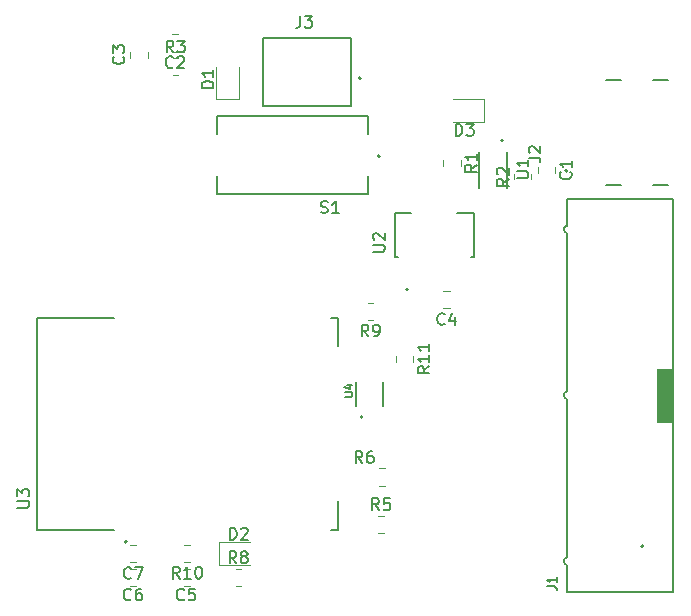
<source format=gbr>
%TF.GenerationSoftware,KiCad,Pcbnew,8.0.6-8.0.6-0~ubuntu24.04.1*%
%TF.CreationDate,2024-10-24T11:08:05+02:00*%
%TF.ProjectId,Projet1,50726f6a-6574-4312-9e6b-696361645f70,rev?*%
%TF.SameCoordinates,Original*%
%TF.FileFunction,Legend,Top*%
%TF.FilePolarity,Positive*%
%FSLAX46Y46*%
G04 Gerber Fmt 4.6, Leading zero omitted, Abs format (unit mm)*
G04 Created by KiCad (PCBNEW 8.0.6-8.0.6-0~ubuntu24.04.1) date 2024-10-24 11:08:05*
%MOMM*%
%LPD*%
G01*
G04 APERTURE LIST*
%ADD10C,0.150000*%
%ADD11C,0.120000*%
%ADD12C,0.127000*%
%ADD13C,0.200000*%
%ADD14C,0.010000*%
G04 APERTURE END LIST*
D10*
X124104819Y-131642857D02*
X123628628Y-131976190D01*
X124104819Y-132214285D02*
X123104819Y-132214285D01*
X123104819Y-132214285D02*
X123104819Y-131833333D01*
X123104819Y-131833333D02*
X123152438Y-131738095D01*
X123152438Y-131738095D02*
X123200057Y-131690476D01*
X123200057Y-131690476D02*
X123295295Y-131642857D01*
X123295295Y-131642857D02*
X123438152Y-131642857D01*
X123438152Y-131642857D02*
X123533390Y-131690476D01*
X123533390Y-131690476D02*
X123581009Y-131738095D01*
X123581009Y-131738095D02*
X123628628Y-131833333D01*
X123628628Y-131833333D02*
X123628628Y-132214285D01*
X124104819Y-130690476D02*
X124104819Y-131261904D01*
X124104819Y-130976190D02*
X123104819Y-130976190D01*
X123104819Y-130976190D02*
X123247676Y-131071428D01*
X123247676Y-131071428D02*
X123342914Y-131166666D01*
X123342914Y-131166666D02*
X123390533Y-131261904D01*
X124104819Y-129738095D02*
X124104819Y-130309523D01*
X124104819Y-130023809D02*
X123104819Y-130023809D01*
X123104819Y-130023809D02*
X123247676Y-130119047D01*
X123247676Y-130119047D02*
X123342914Y-130214285D01*
X123342914Y-130214285D02*
X123390533Y-130309523D01*
X118920833Y-129104819D02*
X118587500Y-128628628D01*
X118349405Y-129104819D02*
X118349405Y-128104819D01*
X118349405Y-128104819D02*
X118730357Y-128104819D01*
X118730357Y-128104819D02*
X118825595Y-128152438D01*
X118825595Y-128152438D02*
X118873214Y-128200057D01*
X118873214Y-128200057D02*
X118920833Y-128295295D01*
X118920833Y-128295295D02*
X118920833Y-128438152D01*
X118920833Y-128438152D02*
X118873214Y-128533390D01*
X118873214Y-128533390D02*
X118825595Y-128581009D01*
X118825595Y-128581009D02*
X118730357Y-128628628D01*
X118730357Y-128628628D02*
X118349405Y-128628628D01*
X119397024Y-129104819D02*
X119587500Y-129104819D01*
X119587500Y-129104819D02*
X119682738Y-129057200D01*
X119682738Y-129057200D02*
X119730357Y-129009580D01*
X119730357Y-129009580D02*
X119825595Y-128866723D01*
X119825595Y-128866723D02*
X119873214Y-128676247D01*
X119873214Y-128676247D02*
X119873214Y-128295295D01*
X119873214Y-128295295D02*
X119825595Y-128200057D01*
X119825595Y-128200057D02*
X119777976Y-128152438D01*
X119777976Y-128152438D02*
X119682738Y-128104819D01*
X119682738Y-128104819D02*
X119492262Y-128104819D01*
X119492262Y-128104819D02*
X119397024Y-128152438D01*
X119397024Y-128152438D02*
X119349405Y-128200057D01*
X119349405Y-128200057D02*
X119301786Y-128295295D01*
X119301786Y-128295295D02*
X119301786Y-128533390D01*
X119301786Y-128533390D02*
X119349405Y-128628628D01*
X119349405Y-128628628D02*
X119397024Y-128676247D01*
X119397024Y-128676247D02*
X119492262Y-128723866D01*
X119492262Y-128723866D02*
X119682738Y-128723866D01*
X119682738Y-128723866D02*
X119777976Y-128676247D01*
X119777976Y-128676247D02*
X119825595Y-128628628D01*
X119825595Y-128628628D02*
X119873214Y-128533390D01*
X118420833Y-139804819D02*
X118087500Y-139328628D01*
X117849405Y-139804819D02*
X117849405Y-138804819D01*
X117849405Y-138804819D02*
X118230357Y-138804819D01*
X118230357Y-138804819D02*
X118325595Y-138852438D01*
X118325595Y-138852438D02*
X118373214Y-138900057D01*
X118373214Y-138900057D02*
X118420833Y-138995295D01*
X118420833Y-138995295D02*
X118420833Y-139138152D01*
X118420833Y-139138152D02*
X118373214Y-139233390D01*
X118373214Y-139233390D02*
X118325595Y-139281009D01*
X118325595Y-139281009D02*
X118230357Y-139328628D01*
X118230357Y-139328628D02*
X117849405Y-139328628D01*
X119277976Y-138804819D02*
X119087500Y-138804819D01*
X119087500Y-138804819D02*
X118992262Y-138852438D01*
X118992262Y-138852438D02*
X118944643Y-138900057D01*
X118944643Y-138900057D02*
X118849405Y-139042914D01*
X118849405Y-139042914D02*
X118801786Y-139233390D01*
X118801786Y-139233390D02*
X118801786Y-139614342D01*
X118801786Y-139614342D02*
X118849405Y-139709580D01*
X118849405Y-139709580D02*
X118897024Y-139757200D01*
X118897024Y-139757200D02*
X118992262Y-139804819D01*
X118992262Y-139804819D02*
X119182738Y-139804819D01*
X119182738Y-139804819D02*
X119277976Y-139757200D01*
X119277976Y-139757200D02*
X119325595Y-139709580D01*
X119325595Y-139709580D02*
X119373214Y-139614342D01*
X119373214Y-139614342D02*
X119373214Y-139376247D01*
X119373214Y-139376247D02*
X119325595Y-139281009D01*
X119325595Y-139281009D02*
X119277976Y-139233390D01*
X119277976Y-139233390D02*
X119182738Y-139185771D01*
X119182738Y-139185771D02*
X118992262Y-139185771D01*
X118992262Y-139185771D02*
X118897024Y-139233390D01*
X118897024Y-139233390D02*
X118849405Y-139281009D01*
X118849405Y-139281009D02*
X118801786Y-139376247D01*
X98179580Y-105416666D02*
X98227200Y-105464285D01*
X98227200Y-105464285D02*
X98274819Y-105607142D01*
X98274819Y-105607142D02*
X98274819Y-105702380D01*
X98274819Y-105702380D02*
X98227200Y-105845237D01*
X98227200Y-105845237D02*
X98131961Y-105940475D01*
X98131961Y-105940475D02*
X98036723Y-105988094D01*
X98036723Y-105988094D02*
X97846247Y-106035713D01*
X97846247Y-106035713D02*
X97703390Y-106035713D01*
X97703390Y-106035713D02*
X97512914Y-105988094D01*
X97512914Y-105988094D02*
X97417676Y-105940475D01*
X97417676Y-105940475D02*
X97322438Y-105845237D01*
X97322438Y-105845237D02*
X97274819Y-105702380D01*
X97274819Y-105702380D02*
X97274819Y-105607142D01*
X97274819Y-105607142D02*
X97322438Y-105464285D01*
X97322438Y-105464285D02*
X97370057Y-105416666D01*
X97274819Y-105083332D02*
X97274819Y-104464285D01*
X97274819Y-104464285D02*
X97655771Y-104797618D01*
X97655771Y-104797618D02*
X97655771Y-104654761D01*
X97655771Y-104654761D02*
X97703390Y-104559523D01*
X97703390Y-104559523D02*
X97751009Y-104511904D01*
X97751009Y-104511904D02*
X97846247Y-104464285D01*
X97846247Y-104464285D02*
X98084342Y-104464285D01*
X98084342Y-104464285D02*
X98179580Y-104511904D01*
X98179580Y-104511904D02*
X98227200Y-104559523D01*
X98227200Y-104559523D02*
X98274819Y-104654761D01*
X98274819Y-104654761D02*
X98274819Y-104940475D01*
X98274819Y-104940475D02*
X98227200Y-105035713D01*
X98227200Y-105035713D02*
X98179580Y-105083332D01*
X119319819Y-121911904D02*
X120129342Y-121911904D01*
X120129342Y-121911904D02*
X120224580Y-121864285D01*
X120224580Y-121864285D02*
X120272200Y-121816666D01*
X120272200Y-121816666D02*
X120319819Y-121721428D01*
X120319819Y-121721428D02*
X120319819Y-121530952D01*
X120319819Y-121530952D02*
X120272200Y-121435714D01*
X120272200Y-121435714D02*
X120224580Y-121388095D01*
X120224580Y-121388095D02*
X120129342Y-121340476D01*
X120129342Y-121340476D02*
X119319819Y-121340476D01*
X119415057Y-120911904D02*
X119367438Y-120864285D01*
X119367438Y-120864285D02*
X119319819Y-120769047D01*
X119319819Y-120769047D02*
X119319819Y-120530952D01*
X119319819Y-120530952D02*
X119367438Y-120435714D01*
X119367438Y-120435714D02*
X119415057Y-120388095D01*
X119415057Y-120388095D02*
X119510295Y-120340476D01*
X119510295Y-120340476D02*
X119605533Y-120340476D01*
X119605533Y-120340476D02*
X119748390Y-120388095D01*
X119748390Y-120388095D02*
X120319819Y-120959523D01*
X120319819Y-120959523D02*
X120319819Y-120340476D01*
X128104819Y-114579166D02*
X127628628Y-114912499D01*
X128104819Y-115150594D02*
X127104819Y-115150594D01*
X127104819Y-115150594D02*
X127104819Y-114769642D01*
X127104819Y-114769642D02*
X127152438Y-114674404D01*
X127152438Y-114674404D02*
X127200057Y-114626785D01*
X127200057Y-114626785D02*
X127295295Y-114579166D01*
X127295295Y-114579166D02*
X127438152Y-114579166D01*
X127438152Y-114579166D02*
X127533390Y-114626785D01*
X127533390Y-114626785D02*
X127581009Y-114674404D01*
X127581009Y-114674404D02*
X127628628Y-114769642D01*
X127628628Y-114769642D02*
X127628628Y-115150594D01*
X128104819Y-113626785D02*
X128104819Y-114198213D01*
X128104819Y-113912499D02*
X127104819Y-113912499D01*
X127104819Y-113912499D02*
X127247676Y-114007737D01*
X127247676Y-114007737D02*
X127342914Y-114102975D01*
X127342914Y-114102975D02*
X127390533Y-114198213D01*
X114913095Y-118602200D02*
X115055952Y-118649819D01*
X115055952Y-118649819D02*
X115294047Y-118649819D01*
X115294047Y-118649819D02*
X115389285Y-118602200D01*
X115389285Y-118602200D02*
X115436904Y-118554580D01*
X115436904Y-118554580D02*
X115484523Y-118459342D01*
X115484523Y-118459342D02*
X115484523Y-118364104D01*
X115484523Y-118364104D02*
X115436904Y-118268866D01*
X115436904Y-118268866D02*
X115389285Y-118221247D01*
X115389285Y-118221247D02*
X115294047Y-118173628D01*
X115294047Y-118173628D02*
X115103571Y-118126009D01*
X115103571Y-118126009D02*
X115008333Y-118078390D01*
X115008333Y-118078390D02*
X114960714Y-118030771D01*
X114960714Y-118030771D02*
X114913095Y-117935533D01*
X114913095Y-117935533D02*
X114913095Y-117840295D01*
X114913095Y-117840295D02*
X114960714Y-117745057D01*
X114960714Y-117745057D02*
X115008333Y-117697438D01*
X115008333Y-117697438D02*
X115103571Y-117649819D01*
X115103571Y-117649819D02*
X115341666Y-117649819D01*
X115341666Y-117649819D02*
X115484523Y-117697438D01*
X116436904Y-118649819D02*
X115865476Y-118649819D01*
X116151190Y-118649819D02*
X116151190Y-117649819D01*
X116151190Y-117649819D02*
X116055952Y-117792676D01*
X116055952Y-117792676D02*
X115960714Y-117887914D01*
X115960714Y-117887914D02*
X115865476Y-117935533D01*
X89209819Y-143586904D02*
X90019342Y-143586904D01*
X90019342Y-143586904D02*
X90114580Y-143539285D01*
X90114580Y-143539285D02*
X90162200Y-143491666D01*
X90162200Y-143491666D02*
X90209819Y-143396428D01*
X90209819Y-143396428D02*
X90209819Y-143205952D01*
X90209819Y-143205952D02*
X90162200Y-143110714D01*
X90162200Y-143110714D02*
X90114580Y-143063095D01*
X90114580Y-143063095D02*
X90019342Y-143015476D01*
X90019342Y-143015476D02*
X89209819Y-143015476D01*
X89209819Y-142634523D02*
X89209819Y-142015476D01*
X89209819Y-142015476D02*
X89590771Y-142348809D01*
X89590771Y-142348809D02*
X89590771Y-142205952D01*
X89590771Y-142205952D02*
X89638390Y-142110714D01*
X89638390Y-142110714D02*
X89686009Y-142063095D01*
X89686009Y-142063095D02*
X89781247Y-142015476D01*
X89781247Y-142015476D02*
X90019342Y-142015476D01*
X90019342Y-142015476D02*
X90114580Y-142063095D01*
X90114580Y-142063095D02*
X90162200Y-142110714D01*
X90162200Y-142110714D02*
X90209819Y-142205952D01*
X90209819Y-142205952D02*
X90209819Y-142491666D01*
X90209819Y-142491666D02*
X90162200Y-142586904D01*
X90162200Y-142586904D02*
X90114580Y-142634523D01*
X102383333Y-106289580D02*
X102335714Y-106337200D01*
X102335714Y-106337200D02*
X102192857Y-106384819D01*
X102192857Y-106384819D02*
X102097619Y-106384819D01*
X102097619Y-106384819D02*
X101954762Y-106337200D01*
X101954762Y-106337200D02*
X101859524Y-106241961D01*
X101859524Y-106241961D02*
X101811905Y-106146723D01*
X101811905Y-106146723D02*
X101764286Y-105956247D01*
X101764286Y-105956247D02*
X101764286Y-105813390D01*
X101764286Y-105813390D02*
X101811905Y-105622914D01*
X101811905Y-105622914D02*
X101859524Y-105527676D01*
X101859524Y-105527676D02*
X101954762Y-105432438D01*
X101954762Y-105432438D02*
X102097619Y-105384819D01*
X102097619Y-105384819D02*
X102192857Y-105384819D01*
X102192857Y-105384819D02*
X102335714Y-105432438D01*
X102335714Y-105432438D02*
X102383333Y-105480057D01*
X102764286Y-105480057D02*
X102811905Y-105432438D01*
X102811905Y-105432438D02*
X102907143Y-105384819D01*
X102907143Y-105384819D02*
X103145238Y-105384819D01*
X103145238Y-105384819D02*
X103240476Y-105432438D01*
X103240476Y-105432438D02*
X103288095Y-105480057D01*
X103288095Y-105480057D02*
X103335714Y-105575295D01*
X103335714Y-105575295D02*
X103335714Y-105670533D01*
X103335714Y-105670533D02*
X103288095Y-105813390D01*
X103288095Y-105813390D02*
X102716667Y-106384819D01*
X102716667Y-106384819D02*
X103335714Y-106384819D01*
X102944642Y-149604819D02*
X102611309Y-149128628D01*
X102373214Y-149604819D02*
X102373214Y-148604819D01*
X102373214Y-148604819D02*
X102754166Y-148604819D01*
X102754166Y-148604819D02*
X102849404Y-148652438D01*
X102849404Y-148652438D02*
X102897023Y-148700057D01*
X102897023Y-148700057D02*
X102944642Y-148795295D01*
X102944642Y-148795295D02*
X102944642Y-148938152D01*
X102944642Y-148938152D02*
X102897023Y-149033390D01*
X102897023Y-149033390D02*
X102849404Y-149081009D01*
X102849404Y-149081009D02*
X102754166Y-149128628D01*
X102754166Y-149128628D02*
X102373214Y-149128628D01*
X103897023Y-149604819D02*
X103325595Y-149604819D01*
X103611309Y-149604819D02*
X103611309Y-148604819D01*
X103611309Y-148604819D02*
X103516071Y-148747676D01*
X103516071Y-148747676D02*
X103420833Y-148842914D01*
X103420833Y-148842914D02*
X103325595Y-148890533D01*
X104516071Y-148604819D02*
X104611309Y-148604819D01*
X104611309Y-148604819D02*
X104706547Y-148652438D01*
X104706547Y-148652438D02*
X104754166Y-148700057D01*
X104754166Y-148700057D02*
X104801785Y-148795295D01*
X104801785Y-148795295D02*
X104849404Y-148985771D01*
X104849404Y-148985771D02*
X104849404Y-149223866D01*
X104849404Y-149223866D02*
X104801785Y-149414342D01*
X104801785Y-149414342D02*
X104754166Y-149509580D01*
X104754166Y-149509580D02*
X104706547Y-149557200D01*
X104706547Y-149557200D02*
X104611309Y-149604819D01*
X104611309Y-149604819D02*
X104516071Y-149604819D01*
X104516071Y-149604819D02*
X104420833Y-149557200D01*
X104420833Y-149557200D02*
X104373214Y-149509580D01*
X104373214Y-149509580D02*
X104325595Y-149414342D01*
X104325595Y-149414342D02*
X104277976Y-149223866D01*
X104277976Y-149223866D02*
X104277976Y-148985771D01*
X104277976Y-148985771D02*
X104325595Y-148795295D01*
X104325595Y-148795295D02*
X104373214Y-148700057D01*
X104373214Y-148700057D02*
X104420833Y-148652438D01*
X104420833Y-148652438D02*
X104516071Y-148604819D01*
X131479819Y-115707904D02*
X132289342Y-115707904D01*
X132289342Y-115707904D02*
X132384580Y-115660285D01*
X132384580Y-115660285D02*
X132432200Y-115612666D01*
X132432200Y-115612666D02*
X132479819Y-115517428D01*
X132479819Y-115517428D02*
X132479819Y-115326952D01*
X132479819Y-115326952D02*
X132432200Y-115231714D01*
X132432200Y-115231714D02*
X132384580Y-115184095D01*
X132384580Y-115184095D02*
X132289342Y-115136476D01*
X132289342Y-115136476D02*
X131479819Y-115136476D01*
X132479819Y-114136476D02*
X132479819Y-114707904D01*
X132479819Y-114422190D02*
X131479819Y-114422190D01*
X131479819Y-114422190D02*
X131622676Y-114517428D01*
X131622676Y-114517428D02*
X131717914Y-114612666D01*
X131717914Y-114612666D02*
X131765533Y-114707904D01*
X98833333Y-151359580D02*
X98785714Y-151407200D01*
X98785714Y-151407200D02*
X98642857Y-151454819D01*
X98642857Y-151454819D02*
X98547619Y-151454819D01*
X98547619Y-151454819D02*
X98404762Y-151407200D01*
X98404762Y-151407200D02*
X98309524Y-151311961D01*
X98309524Y-151311961D02*
X98261905Y-151216723D01*
X98261905Y-151216723D02*
X98214286Y-151026247D01*
X98214286Y-151026247D02*
X98214286Y-150883390D01*
X98214286Y-150883390D02*
X98261905Y-150692914D01*
X98261905Y-150692914D02*
X98309524Y-150597676D01*
X98309524Y-150597676D02*
X98404762Y-150502438D01*
X98404762Y-150502438D02*
X98547619Y-150454819D01*
X98547619Y-150454819D02*
X98642857Y-150454819D01*
X98642857Y-150454819D02*
X98785714Y-150502438D01*
X98785714Y-150502438D02*
X98833333Y-150550057D01*
X99690476Y-150454819D02*
X99500000Y-150454819D01*
X99500000Y-150454819D02*
X99404762Y-150502438D01*
X99404762Y-150502438D02*
X99357143Y-150550057D01*
X99357143Y-150550057D02*
X99261905Y-150692914D01*
X99261905Y-150692914D02*
X99214286Y-150883390D01*
X99214286Y-150883390D02*
X99214286Y-151264342D01*
X99214286Y-151264342D02*
X99261905Y-151359580D01*
X99261905Y-151359580D02*
X99309524Y-151407200D01*
X99309524Y-151407200D02*
X99404762Y-151454819D01*
X99404762Y-151454819D02*
X99595238Y-151454819D01*
X99595238Y-151454819D02*
X99690476Y-151407200D01*
X99690476Y-151407200D02*
X99738095Y-151359580D01*
X99738095Y-151359580D02*
X99785714Y-151264342D01*
X99785714Y-151264342D02*
X99785714Y-151026247D01*
X99785714Y-151026247D02*
X99738095Y-150931009D01*
X99738095Y-150931009D02*
X99690476Y-150883390D01*
X99690476Y-150883390D02*
X99595238Y-150835771D01*
X99595238Y-150835771D02*
X99404762Y-150835771D01*
X99404762Y-150835771D02*
X99309524Y-150883390D01*
X99309524Y-150883390D02*
X99261905Y-150931009D01*
X99261905Y-150931009D02*
X99214286Y-151026247D01*
X132499819Y-113978333D02*
X133214104Y-113978333D01*
X133214104Y-113978333D02*
X133356961Y-114025952D01*
X133356961Y-114025952D02*
X133452200Y-114121190D01*
X133452200Y-114121190D02*
X133499819Y-114264047D01*
X133499819Y-114264047D02*
X133499819Y-114359285D01*
X132595057Y-113549761D02*
X132547438Y-113502142D01*
X132547438Y-113502142D02*
X132499819Y-113406904D01*
X132499819Y-113406904D02*
X132499819Y-113168809D01*
X132499819Y-113168809D02*
X132547438Y-113073571D01*
X132547438Y-113073571D02*
X132595057Y-113025952D01*
X132595057Y-113025952D02*
X132690295Y-112978333D01*
X132690295Y-112978333D02*
X132785533Y-112978333D01*
X132785533Y-112978333D02*
X132928390Y-113025952D01*
X132928390Y-113025952D02*
X133499819Y-113597380D01*
X133499819Y-113597380D02*
X133499819Y-112978333D01*
X107745833Y-148304819D02*
X107412500Y-147828628D01*
X107174405Y-148304819D02*
X107174405Y-147304819D01*
X107174405Y-147304819D02*
X107555357Y-147304819D01*
X107555357Y-147304819D02*
X107650595Y-147352438D01*
X107650595Y-147352438D02*
X107698214Y-147400057D01*
X107698214Y-147400057D02*
X107745833Y-147495295D01*
X107745833Y-147495295D02*
X107745833Y-147638152D01*
X107745833Y-147638152D02*
X107698214Y-147733390D01*
X107698214Y-147733390D02*
X107650595Y-147781009D01*
X107650595Y-147781009D02*
X107555357Y-147828628D01*
X107555357Y-147828628D02*
X107174405Y-147828628D01*
X108317262Y-147733390D02*
X108222024Y-147685771D01*
X108222024Y-147685771D02*
X108174405Y-147638152D01*
X108174405Y-147638152D02*
X108126786Y-147542914D01*
X108126786Y-147542914D02*
X108126786Y-147495295D01*
X108126786Y-147495295D02*
X108174405Y-147400057D01*
X108174405Y-147400057D02*
X108222024Y-147352438D01*
X108222024Y-147352438D02*
X108317262Y-147304819D01*
X108317262Y-147304819D02*
X108507738Y-147304819D01*
X108507738Y-147304819D02*
X108602976Y-147352438D01*
X108602976Y-147352438D02*
X108650595Y-147400057D01*
X108650595Y-147400057D02*
X108698214Y-147495295D01*
X108698214Y-147495295D02*
X108698214Y-147542914D01*
X108698214Y-147542914D02*
X108650595Y-147638152D01*
X108650595Y-147638152D02*
X108602976Y-147685771D01*
X108602976Y-147685771D02*
X108507738Y-147733390D01*
X108507738Y-147733390D02*
X108317262Y-147733390D01*
X108317262Y-147733390D02*
X108222024Y-147781009D01*
X108222024Y-147781009D02*
X108174405Y-147828628D01*
X108174405Y-147828628D02*
X108126786Y-147923866D01*
X108126786Y-147923866D02*
X108126786Y-148114342D01*
X108126786Y-148114342D02*
X108174405Y-148209580D01*
X108174405Y-148209580D02*
X108222024Y-148257200D01*
X108222024Y-148257200D02*
X108317262Y-148304819D01*
X108317262Y-148304819D02*
X108507738Y-148304819D01*
X108507738Y-148304819D02*
X108602976Y-148257200D01*
X108602976Y-148257200D02*
X108650595Y-148209580D01*
X108650595Y-148209580D02*
X108698214Y-148114342D01*
X108698214Y-148114342D02*
X108698214Y-147923866D01*
X108698214Y-147923866D02*
X108650595Y-147828628D01*
X108650595Y-147828628D02*
X108602976Y-147781009D01*
X108602976Y-147781009D02*
X108507738Y-147733390D01*
X102420833Y-105054819D02*
X102087500Y-104578628D01*
X101849405Y-105054819D02*
X101849405Y-104054819D01*
X101849405Y-104054819D02*
X102230357Y-104054819D01*
X102230357Y-104054819D02*
X102325595Y-104102438D01*
X102325595Y-104102438D02*
X102373214Y-104150057D01*
X102373214Y-104150057D02*
X102420833Y-104245295D01*
X102420833Y-104245295D02*
X102420833Y-104388152D01*
X102420833Y-104388152D02*
X102373214Y-104483390D01*
X102373214Y-104483390D02*
X102325595Y-104531009D01*
X102325595Y-104531009D02*
X102230357Y-104578628D01*
X102230357Y-104578628D02*
X101849405Y-104578628D01*
X102754167Y-104054819D02*
X103373214Y-104054819D01*
X103373214Y-104054819D02*
X103039881Y-104435771D01*
X103039881Y-104435771D02*
X103182738Y-104435771D01*
X103182738Y-104435771D02*
X103277976Y-104483390D01*
X103277976Y-104483390D02*
X103325595Y-104531009D01*
X103325595Y-104531009D02*
X103373214Y-104626247D01*
X103373214Y-104626247D02*
X103373214Y-104864342D01*
X103373214Y-104864342D02*
X103325595Y-104959580D01*
X103325595Y-104959580D02*
X103277976Y-105007200D01*
X103277976Y-105007200D02*
X103182738Y-105054819D01*
X103182738Y-105054819D02*
X102897024Y-105054819D01*
X102897024Y-105054819D02*
X102801786Y-105007200D01*
X102801786Y-105007200D02*
X102754167Y-104959580D01*
X134062295Y-150266666D02*
X134633723Y-150266666D01*
X134633723Y-150266666D02*
X134748009Y-150304761D01*
X134748009Y-150304761D02*
X134824200Y-150380952D01*
X134824200Y-150380952D02*
X134862295Y-150495237D01*
X134862295Y-150495237D02*
X134862295Y-150571428D01*
X134862295Y-149466666D02*
X134862295Y-149923809D01*
X134862295Y-149695237D02*
X134062295Y-149695237D01*
X134062295Y-149695237D02*
X134176580Y-149771428D01*
X134176580Y-149771428D02*
X134252771Y-149847618D01*
X134252771Y-149847618D02*
X134290866Y-149923809D01*
X103333333Y-151359580D02*
X103285714Y-151407200D01*
X103285714Y-151407200D02*
X103142857Y-151454819D01*
X103142857Y-151454819D02*
X103047619Y-151454819D01*
X103047619Y-151454819D02*
X102904762Y-151407200D01*
X102904762Y-151407200D02*
X102809524Y-151311961D01*
X102809524Y-151311961D02*
X102761905Y-151216723D01*
X102761905Y-151216723D02*
X102714286Y-151026247D01*
X102714286Y-151026247D02*
X102714286Y-150883390D01*
X102714286Y-150883390D02*
X102761905Y-150692914D01*
X102761905Y-150692914D02*
X102809524Y-150597676D01*
X102809524Y-150597676D02*
X102904762Y-150502438D01*
X102904762Y-150502438D02*
X103047619Y-150454819D01*
X103047619Y-150454819D02*
X103142857Y-150454819D01*
X103142857Y-150454819D02*
X103285714Y-150502438D01*
X103285714Y-150502438D02*
X103333333Y-150550057D01*
X104238095Y-150454819D02*
X103761905Y-150454819D01*
X103761905Y-150454819D02*
X103714286Y-150931009D01*
X103714286Y-150931009D02*
X103761905Y-150883390D01*
X103761905Y-150883390D02*
X103857143Y-150835771D01*
X103857143Y-150835771D02*
X104095238Y-150835771D01*
X104095238Y-150835771D02*
X104190476Y-150883390D01*
X104190476Y-150883390D02*
X104238095Y-150931009D01*
X104238095Y-150931009D02*
X104285714Y-151026247D01*
X104285714Y-151026247D02*
X104285714Y-151264342D01*
X104285714Y-151264342D02*
X104238095Y-151359580D01*
X104238095Y-151359580D02*
X104190476Y-151407200D01*
X104190476Y-151407200D02*
X104095238Y-151454819D01*
X104095238Y-151454819D02*
X103857143Y-151454819D01*
X103857143Y-151454819D02*
X103761905Y-151407200D01*
X103761905Y-151407200D02*
X103714286Y-151359580D01*
X98833333Y-149539580D02*
X98785714Y-149587200D01*
X98785714Y-149587200D02*
X98642857Y-149634819D01*
X98642857Y-149634819D02*
X98547619Y-149634819D01*
X98547619Y-149634819D02*
X98404762Y-149587200D01*
X98404762Y-149587200D02*
X98309524Y-149491961D01*
X98309524Y-149491961D02*
X98261905Y-149396723D01*
X98261905Y-149396723D02*
X98214286Y-149206247D01*
X98214286Y-149206247D02*
X98214286Y-149063390D01*
X98214286Y-149063390D02*
X98261905Y-148872914D01*
X98261905Y-148872914D02*
X98309524Y-148777676D01*
X98309524Y-148777676D02*
X98404762Y-148682438D01*
X98404762Y-148682438D02*
X98547619Y-148634819D01*
X98547619Y-148634819D02*
X98642857Y-148634819D01*
X98642857Y-148634819D02*
X98785714Y-148682438D01*
X98785714Y-148682438D02*
X98833333Y-148730057D01*
X99166667Y-148634819D02*
X99833333Y-148634819D01*
X99833333Y-148634819D02*
X99404762Y-149634819D01*
X107199405Y-146304819D02*
X107199405Y-145304819D01*
X107199405Y-145304819D02*
X107437500Y-145304819D01*
X107437500Y-145304819D02*
X107580357Y-145352438D01*
X107580357Y-145352438D02*
X107675595Y-145447676D01*
X107675595Y-145447676D02*
X107723214Y-145542914D01*
X107723214Y-145542914D02*
X107770833Y-145733390D01*
X107770833Y-145733390D02*
X107770833Y-145876247D01*
X107770833Y-145876247D02*
X107723214Y-146066723D01*
X107723214Y-146066723D02*
X107675595Y-146161961D01*
X107675595Y-146161961D02*
X107580357Y-146257200D01*
X107580357Y-146257200D02*
X107437500Y-146304819D01*
X107437500Y-146304819D02*
X107199405Y-146304819D01*
X108151786Y-145400057D02*
X108199405Y-145352438D01*
X108199405Y-145352438D02*
X108294643Y-145304819D01*
X108294643Y-145304819D02*
X108532738Y-145304819D01*
X108532738Y-145304819D02*
X108627976Y-145352438D01*
X108627976Y-145352438D02*
X108675595Y-145400057D01*
X108675595Y-145400057D02*
X108723214Y-145495295D01*
X108723214Y-145495295D02*
X108723214Y-145590533D01*
X108723214Y-145590533D02*
X108675595Y-145733390D01*
X108675595Y-145733390D02*
X108104167Y-146304819D01*
X108104167Y-146304819D02*
X108723214Y-146304819D01*
X113166666Y-101954819D02*
X113166666Y-102669104D01*
X113166666Y-102669104D02*
X113119047Y-102811961D01*
X113119047Y-102811961D02*
X113023809Y-102907200D01*
X113023809Y-102907200D02*
X112880952Y-102954819D01*
X112880952Y-102954819D02*
X112785714Y-102954819D01*
X113547619Y-101954819D02*
X114166666Y-101954819D01*
X114166666Y-101954819D02*
X113833333Y-102335771D01*
X113833333Y-102335771D02*
X113976190Y-102335771D01*
X113976190Y-102335771D02*
X114071428Y-102383390D01*
X114071428Y-102383390D02*
X114119047Y-102431009D01*
X114119047Y-102431009D02*
X114166666Y-102526247D01*
X114166666Y-102526247D02*
X114166666Y-102764342D01*
X114166666Y-102764342D02*
X114119047Y-102859580D01*
X114119047Y-102859580D02*
X114071428Y-102907200D01*
X114071428Y-102907200D02*
X113976190Y-102954819D01*
X113976190Y-102954819D02*
X113690476Y-102954819D01*
X113690476Y-102954819D02*
X113595238Y-102907200D01*
X113595238Y-102907200D02*
X113547619Y-102859580D01*
X136039580Y-115166666D02*
X136087200Y-115214285D01*
X136087200Y-115214285D02*
X136134819Y-115357142D01*
X136134819Y-115357142D02*
X136134819Y-115452380D01*
X136134819Y-115452380D02*
X136087200Y-115595237D01*
X136087200Y-115595237D02*
X135991961Y-115690475D01*
X135991961Y-115690475D02*
X135896723Y-115738094D01*
X135896723Y-115738094D02*
X135706247Y-115785713D01*
X135706247Y-115785713D02*
X135563390Y-115785713D01*
X135563390Y-115785713D02*
X135372914Y-115738094D01*
X135372914Y-115738094D02*
X135277676Y-115690475D01*
X135277676Y-115690475D02*
X135182438Y-115595237D01*
X135182438Y-115595237D02*
X135134819Y-115452380D01*
X135134819Y-115452380D02*
X135134819Y-115357142D01*
X135134819Y-115357142D02*
X135182438Y-115214285D01*
X135182438Y-115214285D02*
X135230057Y-115166666D01*
X136134819Y-114214285D02*
X136134819Y-114785713D01*
X136134819Y-114499999D02*
X135134819Y-114499999D01*
X135134819Y-114499999D02*
X135277676Y-114595237D01*
X135277676Y-114595237D02*
X135372914Y-114690475D01*
X135372914Y-114690475D02*
X135420533Y-114785713D01*
X119833333Y-143804819D02*
X119500000Y-143328628D01*
X119261905Y-143804819D02*
X119261905Y-142804819D01*
X119261905Y-142804819D02*
X119642857Y-142804819D01*
X119642857Y-142804819D02*
X119738095Y-142852438D01*
X119738095Y-142852438D02*
X119785714Y-142900057D01*
X119785714Y-142900057D02*
X119833333Y-142995295D01*
X119833333Y-142995295D02*
X119833333Y-143138152D01*
X119833333Y-143138152D02*
X119785714Y-143233390D01*
X119785714Y-143233390D02*
X119738095Y-143281009D01*
X119738095Y-143281009D02*
X119642857Y-143328628D01*
X119642857Y-143328628D02*
X119261905Y-143328628D01*
X120738095Y-142804819D02*
X120261905Y-142804819D01*
X120261905Y-142804819D02*
X120214286Y-143281009D01*
X120214286Y-143281009D02*
X120261905Y-143233390D01*
X120261905Y-143233390D02*
X120357143Y-143185771D01*
X120357143Y-143185771D02*
X120595238Y-143185771D01*
X120595238Y-143185771D02*
X120690476Y-143233390D01*
X120690476Y-143233390D02*
X120738095Y-143281009D01*
X120738095Y-143281009D02*
X120785714Y-143376247D01*
X120785714Y-143376247D02*
X120785714Y-143614342D01*
X120785714Y-143614342D02*
X120738095Y-143709580D01*
X120738095Y-143709580D02*
X120690476Y-143757200D01*
X120690476Y-143757200D02*
X120595238Y-143804819D01*
X120595238Y-143804819D02*
X120357143Y-143804819D01*
X120357143Y-143804819D02*
X120261905Y-143757200D01*
X120261905Y-143757200D02*
X120214286Y-143709580D01*
X116934876Y-134195619D02*
X117452971Y-134195619D01*
X117452971Y-134195619D02*
X117513923Y-134165142D01*
X117513923Y-134165142D02*
X117544400Y-134134666D01*
X117544400Y-134134666D02*
X117574876Y-134073714D01*
X117574876Y-134073714D02*
X117574876Y-133951809D01*
X117574876Y-133951809D02*
X117544400Y-133890857D01*
X117544400Y-133890857D02*
X117513923Y-133860380D01*
X117513923Y-133860380D02*
X117452971Y-133829904D01*
X117452971Y-133829904D02*
X116934876Y-133829904D01*
X117148209Y-133250857D02*
X117574876Y-133250857D01*
X116904400Y-133403238D02*
X117361542Y-133555619D01*
X117361542Y-133555619D02*
X117361542Y-133159428D01*
X126324405Y-112104819D02*
X126324405Y-111104819D01*
X126324405Y-111104819D02*
X126562500Y-111104819D01*
X126562500Y-111104819D02*
X126705357Y-111152438D01*
X126705357Y-111152438D02*
X126800595Y-111247676D01*
X126800595Y-111247676D02*
X126848214Y-111342914D01*
X126848214Y-111342914D02*
X126895833Y-111533390D01*
X126895833Y-111533390D02*
X126895833Y-111676247D01*
X126895833Y-111676247D02*
X126848214Y-111866723D01*
X126848214Y-111866723D02*
X126800595Y-111961961D01*
X126800595Y-111961961D02*
X126705357Y-112057200D01*
X126705357Y-112057200D02*
X126562500Y-112104819D01*
X126562500Y-112104819D02*
X126324405Y-112104819D01*
X127229167Y-111104819D02*
X127848214Y-111104819D01*
X127848214Y-111104819D02*
X127514881Y-111485771D01*
X127514881Y-111485771D02*
X127657738Y-111485771D01*
X127657738Y-111485771D02*
X127752976Y-111533390D01*
X127752976Y-111533390D02*
X127800595Y-111581009D01*
X127800595Y-111581009D02*
X127848214Y-111676247D01*
X127848214Y-111676247D02*
X127848214Y-111914342D01*
X127848214Y-111914342D02*
X127800595Y-112009580D01*
X127800595Y-112009580D02*
X127752976Y-112057200D01*
X127752976Y-112057200D02*
X127657738Y-112104819D01*
X127657738Y-112104819D02*
X127372024Y-112104819D01*
X127372024Y-112104819D02*
X127276786Y-112057200D01*
X127276786Y-112057200D02*
X127229167Y-112009580D01*
X125383333Y-128039580D02*
X125335714Y-128087200D01*
X125335714Y-128087200D02*
X125192857Y-128134819D01*
X125192857Y-128134819D02*
X125097619Y-128134819D01*
X125097619Y-128134819D02*
X124954762Y-128087200D01*
X124954762Y-128087200D02*
X124859524Y-127991961D01*
X124859524Y-127991961D02*
X124811905Y-127896723D01*
X124811905Y-127896723D02*
X124764286Y-127706247D01*
X124764286Y-127706247D02*
X124764286Y-127563390D01*
X124764286Y-127563390D02*
X124811905Y-127372914D01*
X124811905Y-127372914D02*
X124859524Y-127277676D01*
X124859524Y-127277676D02*
X124954762Y-127182438D01*
X124954762Y-127182438D02*
X125097619Y-127134819D01*
X125097619Y-127134819D02*
X125192857Y-127134819D01*
X125192857Y-127134819D02*
X125335714Y-127182438D01*
X125335714Y-127182438D02*
X125383333Y-127230057D01*
X126240476Y-127468152D02*
X126240476Y-128134819D01*
X126002381Y-127087200D02*
X125764286Y-127801485D01*
X125764286Y-127801485D02*
X126383333Y-127801485D01*
X130804819Y-115754166D02*
X130328628Y-116087499D01*
X130804819Y-116325594D02*
X129804819Y-116325594D01*
X129804819Y-116325594D02*
X129804819Y-115944642D01*
X129804819Y-115944642D02*
X129852438Y-115849404D01*
X129852438Y-115849404D02*
X129900057Y-115801785D01*
X129900057Y-115801785D02*
X129995295Y-115754166D01*
X129995295Y-115754166D02*
X130138152Y-115754166D01*
X130138152Y-115754166D02*
X130233390Y-115801785D01*
X130233390Y-115801785D02*
X130281009Y-115849404D01*
X130281009Y-115849404D02*
X130328628Y-115944642D01*
X130328628Y-115944642D02*
X130328628Y-116325594D01*
X129900057Y-115373213D02*
X129852438Y-115325594D01*
X129852438Y-115325594D02*
X129804819Y-115230356D01*
X129804819Y-115230356D02*
X129804819Y-114992261D01*
X129804819Y-114992261D02*
X129852438Y-114897023D01*
X129852438Y-114897023D02*
X129900057Y-114849404D01*
X129900057Y-114849404D02*
X129995295Y-114801785D01*
X129995295Y-114801785D02*
X130090533Y-114801785D01*
X130090533Y-114801785D02*
X130233390Y-114849404D01*
X130233390Y-114849404D02*
X130804819Y-115420832D01*
X130804819Y-115420832D02*
X130804819Y-114801785D01*
X105804819Y-108050594D02*
X104804819Y-108050594D01*
X104804819Y-108050594D02*
X104804819Y-107812499D01*
X104804819Y-107812499D02*
X104852438Y-107669642D01*
X104852438Y-107669642D02*
X104947676Y-107574404D01*
X104947676Y-107574404D02*
X105042914Y-107526785D01*
X105042914Y-107526785D02*
X105233390Y-107479166D01*
X105233390Y-107479166D02*
X105376247Y-107479166D01*
X105376247Y-107479166D02*
X105566723Y-107526785D01*
X105566723Y-107526785D02*
X105661961Y-107574404D01*
X105661961Y-107574404D02*
X105757200Y-107669642D01*
X105757200Y-107669642D02*
X105804819Y-107812499D01*
X105804819Y-107812499D02*
X105804819Y-108050594D01*
X105804819Y-106526785D02*
X105804819Y-107098213D01*
X105804819Y-106812499D02*
X104804819Y-106812499D01*
X104804819Y-106812499D02*
X104947676Y-106907737D01*
X104947676Y-106907737D02*
X105042914Y-107002975D01*
X105042914Y-107002975D02*
X105090533Y-107098213D01*
D11*
%TO.C,R11*%
X122735000Y-130772936D02*
X122735000Y-131227064D01*
X121265000Y-130772936D02*
X121265000Y-131227064D01*
%TO.C,R9*%
X119314564Y-127735000D02*
X118860436Y-127735000D01*
X119314564Y-126265000D02*
X118860436Y-126265000D01*
%TO.C,R6*%
X119860436Y-140265000D02*
X120314564Y-140265000D01*
X119860436Y-141735000D02*
X120314564Y-141735000D01*
%TO.C,C3*%
X98765000Y-105511252D02*
X98765000Y-104988748D01*
X100235000Y-105511252D02*
X100235000Y-104988748D01*
D12*
%TO.C,U2*%
X121150000Y-118675000D02*
X121150000Y-122375000D01*
X121150000Y-122375000D02*
X121400000Y-122375000D01*
X122550000Y-118675000D02*
X121150000Y-118675000D01*
X126450000Y-118675000D02*
X127850000Y-118675000D01*
X127850000Y-118675000D02*
X127850000Y-122375000D01*
X127850000Y-122375000D02*
X127600000Y-122375000D01*
D13*
X122300000Y-125125000D02*
G75*
G02*
X122100000Y-125125000I-100000J0D01*
G01*
X122100000Y-125125000D02*
G75*
G02*
X122300000Y-125125000I100000J0D01*
G01*
D11*
%TO.C,R1*%
X125265000Y-114185436D02*
X125265000Y-114639564D01*
X126735000Y-114185436D02*
X126735000Y-114639564D01*
D12*
%TO.C,S1*%
X106075000Y-110450000D02*
X118925000Y-110450000D01*
X106075000Y-112000000D02*
X106075000Y-110450000D01*
X106075000Y-117050000D02*
X106075000Y-115500000D01*
X118925000Y-110450000D02*
X118925000Y-112000000D01*
X118925000Y-115500000D02*
X118925000Y-117050000D01*
X118925000Y-117050000D02*
X106075000Y-117050000D01*
D13*
X119900000Y-113850000D02*
G75*
G02*
X119700000Y-113850000I-100000J0D01*
G01*
X119700000Y-113850000D02*
G75*
G02*
X119900000Y-113850000I100000J0D01*
G01*
D12*
%TO.C,U3*%
X90890000Y-127500000D02*
X97390000Y-127500000D01*
X90890000Y-145500000D02*
X90890000Y-127500000D01*
X97390000Y-145500000D02*
X90890000Y-145500000D01*
X115740000Y-145500000D02*
X116390000Y-145500000D01*
X116390000Y-127500000D02*
X115740000Y-127500000D01*
X116390000Y-129950000D02*
X116390000Y-127500000D01*
X116390000Y-145500000D02*
X116390000Y-143050000D01*
D13*
X98490000Y-146500000D02*
G75*
G02*
X98290000Y-146500000I-100000J0D01*
G01*
X98290000Y-146500000D02*
G75*
G02*
X98490000Y-146500000I100000J0D01*
G01*
D11*
%TO.C,C2*%
X102811252Y-103515000D02*
X102288748Y-103515000D01*
X102811252Y-104985000D02*
X102288748Y-104985000D01*
%TO.C,R10*%
X103814564Y-146765000D02*
X103360436Y-146765000D01*
X103814564Y-148235000D02*
X103360436Y-148235000D01*
D12*
%TO.C,U1*%
X128295000Y-113500000D02*
X128295000Y-116500000D01*
X130705000Y-113500000D02*
X130705000Y-116500000D01*
D13*
X130350000Y-112525000D02*
G75*
G02*
X130150000Y-112525000I-100000J0D01*
G01*
X130150000Y-112525000D02*
G75*
G02*
X130350000Y-112525000I100000J0D01*
G01*
D11*
%TO.C,C6*%
X99261252Y-148765000D02*
X98738748Y-148765000D01*
X99261252Y-150235000D02*
X98738748Y-150235000D01*
D13*
%TO.C,J2*%
X139030000Y-107350000D02*
X140280000Y-107350000D01*
X139030000Y-116290000D02*
X140280000Y-116290000D01*
X143000000Y-116290000D02*
X144280000Y-116290000D01*
X144280000Y-107350000D02*
X143000000Y-107350000D01*
X135780000Y-115070000D02*
G75*
G02*
X135580000Y-115070000I-100000J0D01*
G01*
X135580000Y-115070000D02*
G75*
G02*
X135780000Y-115070000I100000J0D01*
G01*
D11*
%TO.C,R8*%
X107685436Y-148765000D02*
X108139564Y-148765000D01*
X107685436Y-150235000D02*
X108139564Y-150235000D01*
%TO.C,R3*%
X102360436Y-105515000D02*
X102814564Y-105515000D01*
X102360436Y-106985000D02*
X102814564Y-106985000D01*
D13*
%TO.C,J1*%
X135705000Y-119710000D02*
X135705000Y-117440000D01*
X135705000Y-120350000D02*
X135705000Y-133760000D01*
X135705000Y-134400000D02*
X135705000Y-147810000D01*
X135705000Y-148450000D02*
X135705000Y-150700000D01*
X135705000Y-150700000D02*
X144755000Y-150700000D01*
X144755000Y-117440000D02*
X135705000Y-117440000D01*
X144755000Y-150700000D02*
X144755000Y-117440000D01*
X135705000Y-120350000D02*
G75*
G02*
X135705000Y-119710000I125001J320000D01*
G01*
X135705000Y-134400000D02*
G75*
G02*
X135705000Y-133760000I125001J320000D01*
G01*
X135705000Y-148450000D02*
G75*
G02*
X135705000Y-147810000I125001J320000D01*
G01*
X142200000Y-146860000D02*
G75*
G02*
X142000000Y-146860000I-100000J0D01*
G01*
X142000000Y-146860000D02*
G75*
G02*
X142200000Y-146860000I100000J0D01*
G01*
D14*
X144655000Y-136320000D02*
X143405000Y-136320000D01*
X143405000Y-131820000D01*
X144655000Y-131820000D01*
X144655000Y-136320000D01*
G36*
X144655000Y-136320000D02*
G01*
X143405000Y-136320000D01*
X143405000Y-131820000D01*
X144655000Y-131820000D01*
X144655000Y-136320000D01*
G37*
D11*
%TO.C,C5*%
X103811252Y-148765000D02*
X103288748Y-148765000D01*
X103811252Y-150235000D02*
X103288748Y-150235000D01*
%TO.C,C7*%
X99261252Y-146765000D02*
X98738748Y-146765000D01*
X99261252Y-148235000D02*
X98738748Y-148235000D01*
%TO.C,D2*%
X106252500Y-146540000D02*
X106252500Y-148460000D01*
X106252500Y-148460000D02*
X108937500Y-148460000D01*
X108937500Y-146540000D02*
X106252500Y-146540000D01*
D12*
%TO.C,J3*%
X110050000Y-103850000D02*
X117450000Y-103850000D01*
X110050000Y-109600000D02*
X110050000Y-103850000D01*
X117450000Y-103850000D02*
X117450000Y-109600000D01*
X117450000Y-109600000D02*
X110050000Y-109600000D01*
D13*
X118290000Y-107250000D02*
G75*
G02*
X118090000Y-107250000I-100000J0D01*
G01*
X118090000Y-107250000D02*
G75*
G02*
X118290000Y-107250000I100000J0D01*
G01*
D11*
%TO.C,C1*%
X133265000Y-114738748D02*
X133265000Y-115261252D01*
X134735000Y-114738748D02*
X134735000Y-115261252D01*
%TO.C,R5*%
X119772936Y-144265000D02*
X120227064Y-144265000D01*
X119772936Y-145735000D02*
X120227064Y-145735000D01*
D12*
%TO.C,U4*%
X117870000Y-135000000D02*
X117870000Y-133000000D01*
X120130000Y-135000000D02*
X120130000Y-133000000D01*
D13*
X118450000Y-135910000D02*
G75*
G02*
X118250000Y-135910000I-100000J0D01*
G01*
X118250000Y-135910000D02*
G75*
G02*
X118450000Y-135910000I100000J0D01*
G01*
D11*
%TO.C,D3*%
X126062500Y-110960000D02*
X128747500Y-110960000D01*
X128747500Y-109040000D02*
X126062500Y-109040000D01*
X128747500Y-110960000D02*
X128747500Y-109040000D01*
%TO.C,C4*%
X125811252Y-125265000D02*
X125288748Y-125265000D01*
X125811252Y-126735000D02*
X125288748Y-126735000D01*
%TO.C,R2*%
X131265000Y-115814564D02*
X131265000Y-115360436D01*
X132735000Y-115814564D02*
X132735000Y-115360436D01*
%TO.C,D1*%
X106040000Y-106312500D02*
X106040000Y-108997500D01*
X106040000Y-108997500D02*
X107960000Y-108997500D01*
X107960000Y-108997500D02*
X107960000Y-106312500D01*
%TD*%
M02*

</source>
